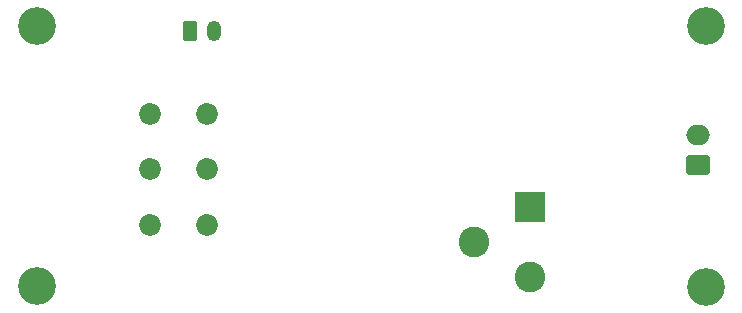
<source format=gbs>
%TF.GenerationSoftware,KiCad,Pcbnew,9.0.1*%
%TF.CreationDate,2025-06-05T12:59:17-07:00*%
%TF.ProjectId,chop_battery_board,63686f70-5f62-4617-9474-6572795f626f,rev?*%
%TF.SameCoordinates,Original*%
%TF.FileFunction,Soldermask,Bot*%
%TF.FilePolarity,Negative*%
%FSLAX46Y46*%
G04 Gerber Fmt 4.6, Leading zero omitted, Abs format (unit mm)*
G04 Created by KiCad (PCBNEW 9.0.1) date 2025-06-05 12:59:17*
%MOMM*%
%LPD*%
G01*
G04 APERTURE LIST*
G04 Aperture macros list*
%AMRoundRect*
0 Rectangle with rounded corners*
0 $1 Rounding radius*
0 $2 $3 $4 $5 $6 $7 $8 $9 X,Y pos of 4 corners*
0 Add a 4 corners polygon primitive as box body*
4,1,4,$2,$3,$4,$5,$6,$7,$8,$9,$2,$3,0*
0 Add four circle primitives for the rounded corners*
1,1,$1+$1,$2,$3*
1,1,$1+$1,$4,$5*
1,1,$1+$1,$6,$7*
1,1,$1+$1,$8,$9*
0 Add four rect primitives between the rounded corners*
20,1,$1+$1,$2,$3,$4,$5,0*
20,1,$1+$1,$4,$5,$6,$7,0*
20,1,$1+$1,$6,$7,$8,$9,0*
20,1,$1+$1,$8,$9,$2,$3,0*%
G04 Aperture macros list end*
%ADD10C,3.200000*%
%ADD11C,1.850000*%
%ADD12R,2.600000X2.600000*%
%ADD13C,2.600000*%
%ADD14RoundRect,0.250000X0.750000X-0.600000X0.750000X0.600000X-0.750000X0.600000X-0.750000X-0.600000X0*%
%ADD15O,2.000000X1.700000*%
%ADD16RoundRect,0.250000X-0.350000X-0.625000X0.350000X-0.625000X0.350000X0.625000X-0.350000X0.625000X0*%
%ADD17O,1.200000X1.750000*%
G04 APERTURE END LIST*
D10*
%TO.C,MK3*%
X147500000Y-132000000D03*
%TD*%
%TO.C,MK1*%
X147500000Y-110000000D03*
%TD*%
%TO.C,MK4*%
X204174000Y-132080000D03*
%TD*%
%TO.C,MK2*%
X204174000Y-110000000D03*
%TD*%
D11*
%TO.C,SW1*%
X157085000Y-117429706D03*
X157085000Y-122129706D03*
X157085000Y-126829706D03*
X161915000Y-126829706D03*
X161915000Y-122129706D03*
X161915000Y-117429706D03*
%TD*%
D12*
%TO.C,J1*%
X189250000Y-125300000D03*
D13*
X189250000Y-131300000D03*
X184550000Y-128300000D03*
%TD*%
D14*
%TO.C,J14*%
X203467500Y-121750000D03*
D15*
X203467500Y-119250000D03*
%TD*%
D16*
%TO.C,J13*%
X160500000Y-110450000D03*
D17*
X162500000Y-110450000D03*
%TD*%
M02*

</source>
